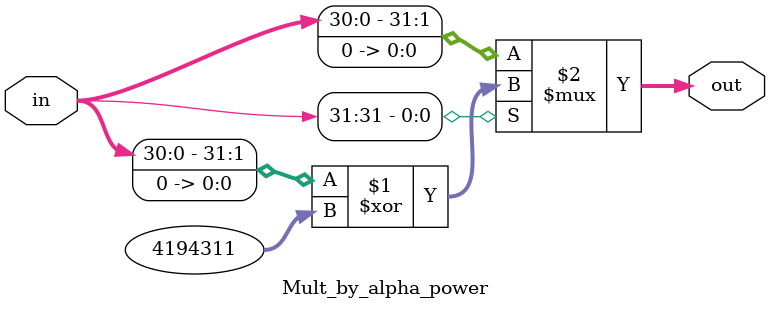
<source format=v>
`timescale 1ns / 1ps
module Mult_by_alpha_power(
	in
	,out
    );
	 
	 parameter [31:0] CONST_alpha_32 =  32'h00400007;              // The primitive polynomial for GF(2^32) 
	 
	 
	 input [31:0] in;
	 output [31:0] out;
	 
	 assign out = in[31]? {in[30:0],1'b0} ^ CONST_alpha_32 : {in[30:0],1'b0};


endmodule

</source>
